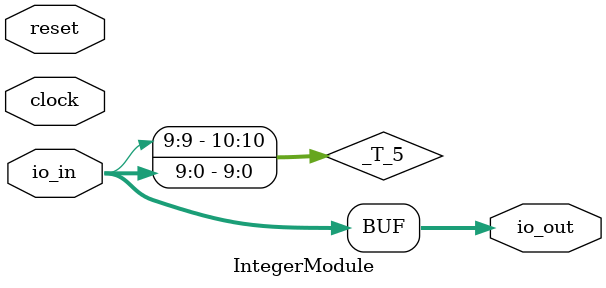
<source format=v>
module IntegerModule( // @[:@3.2]
  input        clock, // @[:@4.4]
  input        reset, // @[:@5.4]
  input  [9:0] io_in, // @[:@6.4]
  output [9:0] io_out // @[:@6.4]
);
  wire [10:0] _T_5 = {{1{io_in[9]}},io_in}; // @[SIntTypeClass.scala 18:40:@12.4]
  assign io_out = _T_5[9:0]; // @[SIntTypeClass.scala 18:40:@14.4]
endmodule

</source>
